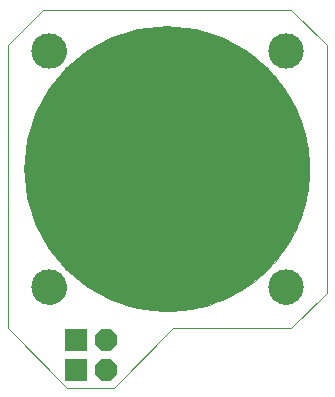
<source format=gts>
G75*
%MOIN*%
%OFA0B0*%
%FSLAX25Y25*%
%IPPOS*%
%LPD*%
%AMOC8*
5,1,8,0,0,1.08239X$1,22.5*
%
%ADD10C,0.00000*%
%ADD11C,0.11824*%
%ADD12C,0.95288*%
%ADD13R,0.07400X0.07400*%
%ADD14OC8,0.07400*%
D10*
X0019517Y0026222D02*
X0039202Y0006537D01*
X0054950Y0006537D01*
X0074635Y0026222D01*
X0114005Y0026222D01*
X0125816Y0038033D01*
X0125816Y0120710D01*
X0114005Y0132521D01*
X0031328Y0132521D01*
X0019517Y0120710D01*
X0019517Y0026222D01*
X0027784Y0040002D02*
X0027786Y0040150D01*
X0027792Y0040298D01*
X0027802Y0040446D01*
X0027816Y0040593D01*
X0027834Y0040740D01*
X0027855Y0040886D01*
X0027881Y0041032D01*
X0027911Y0041177D01*
X0027944Y0041321D01*
X0027982Y0041464D01*
X0028023Y0041606D01*
X0028068Y0041747D01*
X0028116Y0041887D01*
X0028169Y0042026D01*
X0028225Y0042163D01*
X0028285Y0042298D01*
X0028348Y0042432D01*
X0028415Y0042564D01*
X0028486Y0042694D01*
X0028560Y0042822D01*
X0028637Y0042948D01*
X0028718Y0043072D01*
X0028802Y0043194D01*
X0028889Y0043313D01*
X0028980Y0043430D01*
X0029074Y0043545D01*
X0029170Y0043657D01*
X0029270Y0043767D01*
X0029372Y0043873D01*
X0029478Y0043977D01*
X0029586Y0044078D01*
X0029697Y0044176D01*
X0029810Y0044272D01*
X0029926Y0044364D01*
X0030044Y0044453D01*
X0030165Y0044538D01*
X0030288Y0044621D01*
X0030413Y0044700D01*
X0030540Y0044776D01*
X0030669Y0044848D01*
X0030800Y0044917D01*
X0030933Y0044982D01*
X0031068Y0045043D01*
X0031204Y0045101D01*
X0031341Y0045156D01*
X0031480Y0045206D01*
X0031621Y0045253D01*
X0031762Y0045296D01*
X0031905Y0045336D01*
X0032049Y0045371D01*
X0032193Y0045403D01*
X0032339Y0045430D01*
X0032485Y0045454D01*
X0032632Y0045474D01*
X0032779Y0045490D01*
X0032926Y0045502D01*
X0033074Y0045510D01*
X0033222Y0045514D01*
X0033370Y0045514D01*
X0033518Y0045510D01*
X0033666Y0045502D01*
X0033813Y0045490D01*
X0033960Y0045474D01*
X0034107Y0045454D01*
X0034253Y0045430D01*
X0034399Y0045403D01*
X0034543Y0045371D01*
X0034687Y0045336D01*
X0034830Y0045296D01*
X0034971Y0045253D01*
X0035112Y0045206D01*
X0035251Y0045156D01*
X0035388Y0045101D01*
X0035524Y0045043D01*
X0035659Y0044982D01*
X0035792Y0044917D01*
X0035923Y0044848D01*
X0036052Y0044776D01*
X0036179Y0044700D01*
X0036304Y0044621D01*
X0036427Y0044538D01*
X0036548Y0044453D01*
X0036666Y0044364D01*
X0036782Y0044272D01*
X0036895Y0044176D01*
X0037006Y0044078D01*
X0037114Y0043977D01*
X0037220Y0043873D01*
X0037322Y0043767D01*
X0037422Y0043657D01*
X0037518Y0043545D01*
X0037612Y0043430D01*
X0037703Y0043313D01*
X0037790Y0043194D01*
X0037874Y0043072D01*
X0037955Y0042948D01*
X0038032Y0042822D01*
X0038106Y0042694D01*
X0038177Y0042564D01*
X0038244Y0042432D01*
X0038307Y0042298D01*
X0038367Y0042163D01*
X0038423Y0042026D01*
X0038476Y0041887D01*
X0038524Y0041747D01*
X0038569Y0041606D01*
X0038610Y0041464D01*
X0038648Y0041321D01*
X0038681Y0041177D01*
X0038711Y0041032D01*
X0038737Y0040886D01*
X0038758Y0040740D01*
X0038776Y0040593D01*
X0038790Y0040446D01*
X0038800Y0040298D01*
X0038806Y0040150D01*
X0038808Y0040002D01*
X0038806Y0039854D01*
X0038800Y0039706D01*
X0038790Y0039558D01*
X0038776Y0039411D01*
X0038758Y0039264D01*
X0038737Y0039118D01*
X0038711Y0038972D01*
X0038681Y0038827D01*
X0038648Y0038683D01*
X0038610Y0038540D01*
X0038569Y0038398D01*
X0038524Y0038257D01*
X0038476Y0038117D01*
X0038423Y0037978D01*
X0038367Y0037841D01*
X0038307Y0037706D01*
X0038244Y0037572D01*
X0038177Y0037440D01*
X0038106Y0037310D01*
X0038032Y0037182D01*
X0037955Y0037056D01*
X0037874Y0036932D01*
X0037790Y0036810D01*
X0037703Y0036691D01*
X0037612Y0036574D01*
X0037518Y0036459D01*
X0037422Y0036347D01*
X0037322Y0036237D01*
X0037220Y0036131D01*
X0037114Y0036027D01*
X0037006Y0035926D01*
X0036895Y0035828D01*
X0036782Y0035732D01*
X0036666Y0035640D01*
X0036548Y0035551D01*
X0036427Y0035466D01*
X0036304Y0035383D01*
X0036179Y0035304D01*
X0036052Y0035228D01*
X0035923Y0035156D01*
X0035792Y0035087D01*
X0035659Y0035022D01*
X0035524Y0034961D01*
X0035388Y0034903D01*
X0035251Y0034848D01*
X0035112Y0034798D01*
X0034971Y0034751D01*
X0034830Y0034708D01*
X0034687Y0034668D01*
X0034543Y0034633D01*
X0034399Y0034601D01*
X0034253Y0034574D01*
X0034107Y0034550D01*
X0033960Y0034530D01*
X0033813Y0034514D01*
X0033666Y0034502D01*
X0033518Y0034494D01*
X0033370Y0034490D01*
X0033222Y0034490D01*
X0033074Y0034494D01*
X0032926Y0034502D01*
X0032779Y0034514D01*
X0032632Y0034530D01*
X0032485Y0034550D01*
X0032339Y0034574D01*
X0032193Y0034601D01*
X0032049Y0034633D01*
X0031905Y0034668D01*
X0031762Y0034708D01*
X0031621Y0034751D01*
X0031480Y0034798D01*
X0031341Y0034848D01*
X0031204Y0034903D01*
X0031068Y0034961D01*
X0030933Y0035022D01*
X0030800Y0035087D01*
X0030669Y0035156D01*
X0030540Y0035228D01*
X0030413Y0035304D01*
X0030288Y0035383D01*
X0030165Y0035466D01*
X0030044Y0035551D01*
X0029926Y0035640D01*
X0029810Y0035732D01*
X0029697Y0035828D01*
X0029586Y0035926D01*
X0029478Y0036027D01*
X0029372Y0036131D01*
X0029270Y0036237D01*
X0029170Y0036347D01*
X0029074Y0036459D01*
X0028980Y0036574D01*
X0028889Y0036691D01*
X0028802Y0036810D01*
X0028718Y0036932D01*
X0028637Y0037056D01*
X0028560Y0037182D01*
X0028486Y0037310D01*
X0028415Y0037440D01*
X0028348Y0037572D01*
X0028285Y0037706D01*
X0028225Y0037841D01*
X0028169Y0037978D01*
X0028116Y0038117D01*
X0028068Y0038257D01*
X0028023Y0038398D01*
X0027982Y0038540D01*
X0027944Y0038683D01*
X0027911Y0038827D01*
X0027881Y0038972D01*
X0027855Y0039118D01*
X0027834Y0039264D01*
X0027816Y0039411D01*
X0027802Y0039558D01*
X0027792Y0039706D01*
X0027786Y0039854D01*
X0027784Y0040002D01*
X0025422Y0079372D02*
X0025436Y0080531D01*
X0025479Y0081690D01*
X0025550Y0082847D01*
X0025649Y0084003D01*
X0025777Y0085155D01*
X0025933Y0086304D01*
X0026118Y0087449D01*
X0026330Y0088589D01*
X0026570Y0089723D01*
X0026838Y0090851D01*
X0027133Y0091973D01*
X0027456Y0093086D01*
X0027806Y0094192D01*
X0028184Y0095288D01*
X0028588Y0096375D01*
X0029018Y0097451D01*
X0029475Y0098517D01*
X0029958Y0099571D01*
X0030467Y0100613D01*
X0031001Y0101643D01*
X0031560Y0102658D01*
X0032143Y0103660D01*
X0032752Y0104647D01*
X0033384Y0105619D01*
X0034040Y0106575D01*
X0034719Y0107515D01*
X0035421Y0108438D01*
X0036146Y0109343D01*
X0036892Y0110230D01*
X0037661Y0111099D01*
X0038450Y0111949D01*
X0039259Y0112779D01*
X0040089Y0113588D01*
X0040939Y0114377D01*
X0041808Y0115146D01*
X0042695Y0115892D01*
X0043600Y0116617D01*
X0044523Y0117319D01*
X0045463Y0117998D01*
X0046419Y0118654D01*
X0047391Y0119286D01*
X0048378Y0119895D01*
X0049380Y0120478D01*
X0050395Y0121037D01*
X0051425Y0121571D01*
X0052467Y0122080D01*
X0053521Y0122563D01*
X0054587Y0123020D01*
X0055663Y0123450D01*
X0056750Y0123854D01*
X0057846Y0124232D01*
X0058952Y0124582D01*
X0060065Y0124905D01*
X0061187Y0125200D01*
X0062315Y0125468D01*
X0063449Y0125708D01*
X0064589Y0125920D01*
X0065734Y0126105D01*
X0066883Y0126261D01*
X0068035Y0126389D01*
X0069191Y0126488D01*
X0070348Y0126559D01*
X0071507Y0126602D01*
X0072666Y0126616D01*
X0073825Y0126602D01*
X0074984Y0126559D01*
X0076141Y0126488D01*
X0077297Y0126389D01*
X0078449Y0126261D01*
X0079598Y0126105D01*
X0080743Y0125920D01*
X0081883Y0125708D01*
X0083017Y0125468D01*
X0084145Y0125200D01*
X0085267Y0124905D01*
X0086380Y0124582D01*
X0087486Y0124232D01*
X0088582Y0123854D01*
X0089669Y0123450D01*
X0090745Y0123020D01*
X0091811Y0122563D01*
X0092865Y0122080D01*
X0093907Y0121571D01*
X0094937Y0121037D01*
X0095952Y0120478D01*
X0096954Y0119895D01*
X0097941Y0119286D01*
X0098913Y0118654D01*
X0099869Y0117998D01*
X0100809Y0117319D01*
X0101732Y0116617D01*
X0102637Y0115892D01*
X0103524Y0115146D01*
X0104393Y0114377D01*
X0105243Y0113588D01*
X0106073Y0112779D01*
X0106882Y0111949D01*
X0107671Y0111099D01*
X0108440Y0110230D01*
X0109186Y0109343D01*
X0109911Y0108438D01*
X0110613Y0107515D01*
X0111292Y0106575D01*
X0111948Y0105619D01*
X0112580Y0104647D01*
X0113189Y0103660D01*
X0113772Y0102658D01*
X0114331Y0101643D01*
X0114865Y0100613D01*
X0115374Y0099571D01*
X0115857Y0098517D01*
X0116314Y0097451D01*
X0116744Y0096375D01*
X0117148Y0095288D01*
X0117526Y0094192D01*
X0117876Y0093086D01*
X0118199Y0091973D01*
X0118494Y0090851D01*
X0118762Y0089723D01*
X0119002Y0088589D01*
X0119214Y0087449D01*
X0119399Y0086304D01*
X0119555Y0085155D01*
X0119683Y0084003D01*
X0119782Y0082847D01*
X0119853Y0081690D01*
X0119896Y0080531D01*
X0119910Y0079372D01*
X0119896Y0078213D01*
X0119853Y0077054D01*
X0119782Y0075897D01*
X0119683Y0074741D01*
X0119555Y0073589D01*
X0119399Y0072440D01*
X0119214Y0071295D01*
X0119002Y0070155D01*
X0118762Y0069021D01*
X0118494Y0067893D01*
X0118199Y0066771D01*
X0117876Y0065658D01*
X0117526Y0064552D01*
X0117148Y0063456D01*
X0116744Y0062369D01*
X0116314Y0061293D01*
X0115857Y0060227D01*
X0115374Y0059173D01*
X0114865Y0058131D01*
X0114331Y0057101D01*
X0113772Y0056086D01*
X0113189Y0055084D01*
X0112580Y0054097D01*
X0111948Y0053125D01*
X0111292Y0052169D01*
X0110613Y0051229D01*
X0109911Y0050306D01*
X0109186Y0049401D01*
X0108440Y0048514D01*
X0107671Y0047645D01*
X0106882Y0046795D01*
X0106073Y0045965D01*
X0105243Y0045156D01*
X0104393Y0044367D01*
X0103524Y0043598D01*
X0102637Y0042852D01*
X0101732Y0042127D01*
X0100809Y0041425D01*
X0099869Y0040746D01*
X0098913Y0040090D01*
X0097941Y0039458D01*
X0096954Y0038849D01*
X0095952Y0038266D01*
X0094937Y0037707D01*
X0093907Y0037173D01*
X0092865Y0036664D01*
X0091811Y0036181D01*
X0090745Y0035724D01*
X0089669Y0035294D01*
X0088582Y0034890D01*
X0087486Y0034512D01*
X0086380Y0034162D01*
X0085267Y0033839D01*
X0084145Y0033544D01*
X0083017Y0033276D01*
X0081883Y0033036D01*
X0080743Y0032824D01*
X0079598Y0032639D01*
X0078449Y0032483D01*
X0077297Y0032355D01*
X0076141Y0032256D01*
X0074984Y0032185D01*
X0073825Y0032142D01*
X0072666Y0032128D01*
X0071507Y0032142D01*
X0070348Y0032185D01*
X0069191Y0032256D01*
X0068035Y0032355D01*
X0066883Y0032483D01*
X0065734Y0032639D01*
X0064589Y0032824D01*
X0063449Y0033036D01*
X0062315Y0033276D01*
X0061187Y0033544D01*
X0060065Y0033839D01*
X0058952Y0034162D01*
X0057846Y0034512D01*
X0056750Y0034890D01*
X0055663Y0035294D01*
X0054587Y0035724D01*
X0053521Y0036181D01*
X0052467Y0036664D01*
X0051425Y0037173D01*
X0050395Y0037707D01*
X0049380Y0038266D01*
X0048378Y0038849D01*
X0047391Y0039458D01*
X0046419Y0040090D01*
X0045463Y0040746D01*
X0044523Y0041425D01*
X0043600Y0042127D01*
X0042695Y0042852D01*
X0041808Y0043598D01*
X0040939Y0044367D01*
X0040089Y0045156D01*
X0039259Y0045965D01*
X0038450Y0046795D01*
X0037661Y0047645D01*
X0036892Y0048514D01*
X0036146Y0049401D01*
X0035421Y0050306D01*
X0034719Y0051229D01*
X0034040Y0052169D01*
X0033384Y0053125D01*
X0032752Y0054097D01*
X0032143Y0055084D01*
X0031560Y0056086D01*
X0031001Y0057101D01*
X0030467Y0058131D01*
X0029958Y0059173D01*
X0029475Y0060227D01*
X0029018Y0061293D01*
X0028588Y0062369D01*
X0028184Y0063456D01*
X0027806Y0064552D01*
X0027456Y0065658D01*
X0027133Y0066771D01*
X0026838Y0067893D01*
X0026570Y0069021D01*
X0026330Y0070155D01*
X0026118Y0071295D01*
X0025933Y0072440D01*
X0025777Y0073589D01*
X0025649Y0074741D01*
X0025550Y0075897D01*
X0025479Y0077054D01*
X0025436Y0078213D01*
X0025422Y0079372D01*
X0027784Y0118742D02*
X0027786Y0118890D01*
X0027792Y0119038D01*
X0027802Y0119186D01*
X0027816Y0119333D01*
X0027834Y0119480D01*
X0027855Y0119626D01*
X0027881Y0119772D01*
X0027911Y0119917D01*
X0027944Y0120061D01*
X0027982Y0120204D01*
X0028023Y0120346D01*
X0028068Y0120487D01*
X0028116Y0120627D01*
X0028169Y0120766D01*
X0028225Y0120903D01*
X0028285Y0121038D01*
X0028348Y0121172D01*
X0028415Y0121304D01*
X0028486Y0121434D01*
X0028560Y0121562D01*
X0028637Y0121688D01*
X0028718Y0121812D01*
X0028802Y0121934D01*
X0028889Y0122053D01*
X0028980Y0122170D01*
X0029074Y0122285D01*
X0029170Y0122397D01*
X0029270Y0122507D01*
X0029372Y0122613D01*
X0029478Y0122717D01*
X0029586Y0122818D01*
X0029697Y0122916D01*
X0029810Y0123012D01*
X0029926Y0123104D01*
X0030044Y0123193D01*
X0030165Y0123278D01*
X0030288Y0123361D01*
X0030413Y0123440D01*
X0030540Y0123516D01*
X0030669Y0123588D01*
X0030800Y0123657D01*
X0030933Y0123722D01*
X0031068Y0123783D01*
X0031204Y0123841D01*
X0031341Y0123896D01*
X0031480Y0123946D01*
X0031621Y0123993D01*
X0031762Y0124036D01*
X0031905Y0124076D01*
X0032049Y0124111D01*
X0032193Y0124143D01*
X0032339Y0124170D01*
X0032485Y0124194D01*
X0032632Y0124214D01*
X0032779Y0124230D01*
X0032926Y0124242D01*
X0033074Y0124250D01*
X0033222Y0124254D01*
X0033370Y0124254D01*
X0033518Y0124250D01*
X0033666Y0124242D01*
X0033813Y0124230D01*
X0033960Y0124214D01*
X0034107Y0124194D01*
X0034253Y0124170D01*
X0034399Y0124143D01*
X0034543Y0124111D01*
X0034687Y0124076D01*
X0034830Y0124036D01*
X0034971Y0123993D01*
X0035112Y0123946D01*
X0035251Y0123896D01*
X0035388Y0123841D01*
X0035524Y0123783D01*
X0035659Y0123722D01*
X0035792Y0123657D01*
X0035923Y0123588D01*
X0036052Y0123516D01*
X0036179Y0123440D01*
X0036304Y0123361D01*
X0036427Y0123278D01*
X0036548Y0123193D01*
X0036666Y0123104D01*
X0036782Y0123012D01*
X0036895Y0122916D01*
X0037006Y0122818D01*
X0037114Y0122717D01*
X0037220Y0122613D01*
X0037322Y0122507D01*
X0037422Y0122397D01*
X0037518Y0122285D01*
X0037612Y0122170D01*
X0037703Y0122053D01*
X0037790Y0121934D01*
X0037874Y0121812D01*
X0037955Y0121688D01*
X0038032Y0121562D01*
X0038106Y0121434D01*
X0038177Y0121304D01*
X0038244Y0121172D01*
X0038307Y0121038D01*
X0038367Y0120903D01*
X0038423Y0120766D01*
X0038476Y0120627D01*
X0038524Y0120487D01*
X0038569Y0120346D01*
X0038610Y0120204D01*
X0038648Y0120061D01*
X0038681Y0119917D01*
X0038711Y0119772D01*
X0038737Y0119626D01*
X0038758Y0119480D01*
X0038776Y0119333D01*
X0038790Y0119186D01*
X0038800Y0119038D01*
X0038806Y0118890D01*
X0038808Y0118742D01*
X0038806Y0118594D01*
X0038800Y0118446D01*
X0038790Y0118298D01*
X0038776Y0118151D01*
X0038758Y0118004D01*
X0038737Y0117858D01*
X0038711Y0117712D01*
X0038681Y0117567D01*
X0038648Y0117423D01*
X0038610Y0117280D01*
X0038569Y0117138D01*
X0038524Y0116997D01*
X0038476Y0116857D01*
X0038423Y0116718D01*
X0038367Y0116581D01*
X0038307Y0116446D01*
X0038244Y0116312D01*
X0038177Y0116180D01*
X0038106Y0116050D01*
X0038032Y0115922D01*
X0037955Y0115796D01*
X0037874Y0115672D01*
X0037790Y0115550D01*
X0037703Y0115431D01*
X0037612Y0115314D01*
X0037518Y0115199D01*
X0037422Y0115087D01*
X0037322Y0114977D01*
X0037220Y0114871D01*
X0037114Y0114767D01*
X0037006Y0114666D01*
X0036895Y0114568D01*
X0036782Y0114472D01*
X0036666Y0114380D01*
X0036548Y0114291D01*
X0036427Y0114206D01*
X0036304Y0114123D01*
X0036179Y0114044D01*
X0036052Y0113968D01*
X0035923Y0113896D01*
X0035792Y0113827D01*
X0035659Y0113762D01*
X0035524Y0113701D01*
X0035388Y0113643D01*
X0035251Y0113588D01*
X0035112Y0113538D01*
X0034971Y0113491D01*
X0034830Y0113448D01*
X0034687Y0113408D01*
X0034543Y0113373D01*
X0034399Y0113341D01*
X0034253Y0113314D01*
X0034107Y0113290D01*
X0033960Y0113270D01*
X0033813Y0113254D01*
X0033666Y0113242D01*
X0033518Y0113234D01*
X0033370Y0113230D01*
X0033222Y0113230D01*
X0033074Y0113234D01*
X0032926Y0113242D01*
X0032779Y0113254D01*
X0032632Y0113270D01*
X0032485Y0113290D01*
X0032339Y0113314D01*
X0032193Y0113341D01*
X0032049Y0113373D01*
X0031905Y0113408D01*
X0031762Y0113448D01*
X0031621Y0113491D01*
X0031480Y0113538D01*
X0031341Y0113588D01*
X0031204Y0113643D01*
X0031068Y0113701D01*
X0030933Y0113762D01*
X0030800Y0113827D01*
X0030669Y0113896D01*
X0030540Y0113968D01*
X0030413Y0114044D01*
X0030288Y0114123D01*
X0030165Y0114206D01*
X0030044Y0114291D01*
X0029926Y0114380D01*
X0029810Y0114472D01*
X0029697Y0114568D01*
X0029586Y0114666D01*
X0029478Y0114767D01*
X0029372Y0114871D01*
X0029270Y0114977D01*
X0029170Y0115087D01*
X0029074Y0115199D01*
X0028980Y0115314D01*
X0028889Y0115431D01*
X0028802Y0115550D01*
X0028718Y0115672D01*
X0028637Y0115796D01*
X0028560Y0115922D01*
X0028486Y0116050D01*
X0028415Y0116180D01*
X0028348Y0116312D01*
X0028285Y0116446D01*
X0028225Y0116581D01*
X0028169Y0116718D01*
X0028116Y0116857D01*
X0028068Y0116997D01*
X0028023Y0117138D01*
X0027982Y0117280D01*
X0027944Y0117423D01*
X0027911Y0117567D01*
X0027881Y0117712D01*
X0027855Y0117858D01*
X0027834Y0118004D01*
X0027816Y0118151D01*
X0027802Y0118298D01*
X0027792Y0118446D01*
X0027786Y0118594D01*
X0027784Y0118742D01*
X0106524Y0118742D02*
X0106526Y0118890D01*
X0106532Y0119038D01*
X0106542Y0119186D01*
X0106556Y0119333D01*
X0106574Y0119480D01*
X0106595Y0119626D01*
X0106621Y0119772D01*
X0106651Y0119917D01*
X0106684Y0120061D01*
X0106722Y0120204D01*
X0106763Y0120346D01*
X0106808Y0120487D01*
X0106856Y0120627D01*
X0106909Y0120766D01*
X0106965Y0120903D01*
X0107025Y0121038D01*
X0107088Y0121172D01*
X0107155Y0121304D01*
X0107226Y0121434D01*
X0107300Y0121562D01*
X0107377Y0121688D01*
X0107458Y0121812D01*
X0107542Y0121934D01*
X0107629Y0122053D01*
X0107720Y0122170D01*
X0107814Y0122285D01*
X0107910Y0122397D01*
X0108010Y0122507D01*
X0108112Y0122613D01*
X0108218Y0122717D01*
X0108326Y0122818D01*
X0108437Y0122916D01*
X0108550Y0123012D01*
X0108666Y0123104D01*
X0108784Y0123193D01*
X0108905Y0123278D01*
X0109028Y0123361D01*
X0109153Y0123440D01*
X0109280Y0123516D01*
X0109409Y0123588D01*
X0109540Y0123657D01*
X0109673Y0123722D01*
X0109808Y0123783D01*
X0109944Y0123841D01*
X0110081Y0123896D01*
X0110220Y0123946D01*
X0110361Y0123993D01*
X0110502Y0124036D01*
X0110645Y0124076D01*
X0110789Y0124111D01*
X0110933Y0124143D01*
X0111079Y0124170D01*
X0111225Y0124194D01*
X0111372Y0124214D01*
X0111519Y0124230D01*
X0111666Y0124242D01*
X0111814Y0124250D01*
X0111962Y0124254D01*
X0112110Y0124254D01*
X0112258Y0124250D01*
X0112406Y0124242D01*
X0112553Y0124230D01*
X0112700Y0124214D01*
X0112847Y0124194D01*
X0112993Y0124170D01*
X0113139Y0124143D01*
X0113283Y0124111D01*
X0113427Y0124076D01*
X0113570Y0124036D01*
X0113711Y0123993D01*
X0113852Y0123946D01*
X0113991Y0123896D01*
X0114128Y0123841D01*
X0114264Y0123783D01*
X0114399Y0123722D01*
X0114532Y0123657D01*
X0114663Y0123588D01*
X0114792Y0123516D01*
X0114919Y0123440D01*
X0115044Y0123361D01*
X0115167Y0123278D01*
X0115288Y0123193D01*
X0115406Y0123104D01*
X0115522Y0123012D01*
X0115635Y0122916D01*
X0115746Y0122818D01*
X0115854Y0122717D01*
X0115960Y0122613D01*
X0116062Y0122507D01*
X0116162Y0122397D01*
X0116258Y0122285D01*
X0116352Y0122170D01*
X0116443Y0122053D01*
X0116530Y0121934D01*
X0116614Y0121812D01*
X0116695Y0121688D01*
X0116772Y0121562D01*
X0116846Y0121434D01*
X0116917Y0121304D01*
X0116984Y0121172D01*
X0117047Y0121038D01*
X0117107Y0120903D01*
X0117163Y0120766D01*
X0117216Y0120627D01*
X0117264Y0120487D01*
X0117309Y0120346D01*
X0117350Y0120204D01*
X0117388Y0120061D01*
X0117421Y0119917D01*
X0117451Y0119772D01*
X0117477Y0119626D01*
X0117498Y0119480D01*
X0117516Y0119333D01*
X0117530Y0119186D01*
X0117540Y0119038D01*
X0117546Y0118890D01*
X0117548Y0118742D01*
X0117546Y0118594D01*
X0117540Y0118446D01*
X0117530Y0118298D01*
X0117516Y0118151D01*
X0117498Y0118004D01*
X0117477Y0117858D01*
X0117451Y0117712D01*
X0117421Y0117567D01*
X0117388Y0117423D01*
X0117350Y0117280D01*
X0117309Y0117138D01*
X0117264Y0116997D01*
X0117216Y0116857D01*
X0117163Y0116718D01*
X0117107Y0116581D01*
X0117047Y0116446D01*
X0116984Y0116312D01*
X0116917Y0116180D01*
X0116846Y0116050D01*
X0116772Y0115922D01*
X0116695Y0115796D01*
X0116614Y0115672D01*
X0116530Y0115550D01*
X0116443Y0115431D01*
X0116352Y0115314D01*
X0116258Y0115199D01*
X0116162Y0115087D01*
X0116062Y0114977D01*
X0115960Y0114871D01*
X0115854Y0114767D01*
X0115746Y0114666D01*
X0115635Y0114568D01*
X0115522Y0114472D01*
X0115406Y0114380D01*
X0115288Y0114291D01*
X0115167Y0114206D01*
X0115044Y0114123D01*
X0114919Y0114044D01*
X0114792Y0113968D01*
X0114663Y0113896D01*
X0114532Y0113827D01*
X0114399Y0113762D01*
X0114264Y0113701D01*
X0114128Y0113643D01*
X0113991Y0113588D01*
X0113852Y0113538D01*
X0113711Y0113491D01*
X0113570Y0113448D01*
X0113427Y0113408D01*
X0113283Y0113373D01*
X0113139Y0113341D01*
X0112993Y0113314D01*
X0112847Y0113290D01*
X0112700Y0113270D01*
X0112553Y0113254D01*
X0112406Y0113242D01*
X0112258Y0113234D01*
X0112110Y0113230D01*
X0111962Y0113230D01*
X0111814Y0113234D01*
X0111666Y0113242D01*
X0111519Y0113254D01*
X0111372Y0113270D01*
X0111225Y0113290D01*
X0111079Y0113314D01*
X0110933Y0113341D01*
X0110789Y0113373D01*
X0110645Y0113408D01*
X0110502Y0113448D01*
X0110361Y0113491D01*
X0110220Y0113538D01*
X0110081Y0113588D01*
X0109944Y0113643D01*
X0109808Y0113701D01*
X0109673Y0113762D01*
X0109540Y0113827D01*
X0109409Y0113896D01*
X0109280Y0113968D01*
X0109153Y0114044D01*
X0109028Y0114123D01*
X0108905Y0114206D01*
X0108784Y0114291D01*
X0108666Y0114380D01*
X0108550Y0114472D01*
X0108437Y0114568D01*
X0108326Y0114666D01*
X0108218Y0114767D01*
X0108112Y0114871D01*
X0108010Y0114977D01*
X0107910Y0115087D01*
X0107814Y0115199D01*
X0107720Y0115314D01*
X0107629Y0115431D01*
X0107542Y0115550D01*
X0107458Y0115672D01*
X0107377Y0115796D01*
X0107300Y0115922D01*
X0107226Y0116050D01*
X0107155Y0116180D01*
X0107088Y0116312D01*
X0107025Y0116446D01*
X0106965Y0116581D01*
X0106909Y0116718D01*
X0106856Y0116857D01*
X0106808Y0116997D01*
X0106763Y0117138D01*
X0106722Y0117280D01*
X0106684Y0117423D01*
X0106651Y0117567D01*
X0106621Y0117712D01*
X0106595Y0117858D01*
X0106574Y0118004D01*
X0106556Y0118151D01*
X0106542Y0118298D01*
X0106532Y0118446D01*
X0106526Y0118594D01*
X0106524Y0118742D01*
X0106524Y0040002D02*
X0106526Y0040150D01*
X0106532Y0040298D01*
X0106542Y0040446D01*
X0106556Y0040593D01*
X0106574Y0040740D01*
X0106595Y0040886D01*
X0106621Y0041032D01*
X0106651Y0041177D01*
X0106684Y0041321D01*
X0106722Y0041464D01*
X0106763Y0041606D01*
X0106808Y0041747D01*
X0106856Y0041887D01*
X0106909Y0042026D01*
X0106965Y0042163D01*
X0107025Y0042298D01*
X0107088Y0042432D01*
X0107155Y0042564D01*
X0107226Y0042694D01*
X0107300Y0042822D01*
X0107377Y0042948D01*
X0107458Y0043072D01*
X0107542Y0043194D01*
X0107629Y0043313D01*
X0107720Y0043430D01*
X0107814Y0043545D01*
X0107910Y0043657D01*
X0108010Y0043767D01*
X0108112Y0043873D01*
X0108218Y0043977D01*
X0108326Y0044078D01*
X0108437Y0044176D01*
X0108550Y0044272D01*
X0108666Y0044364D01*
X0108784Y0044453D01*
X0108905Y0044538D01*
X0109028Y0044621D01*
X0109153Y0044700D01*
X0109280Y0044776D01*
X0109409Y0044848D01*
X0109540Y0044917D01*
X0109673Y0044982D01*
X0109808Y0045043D01*
X0109944Y0045101D01*
X0110081Y0045156D01*
X0110220Y0045206D01*
X0110361Y0045253D01*
X0110502Y0045296D01*
X0110645Y0045336D01*
X0110789Y0045371D01*
X0110933Y0045403D01*
X0111079Y0045430D01*
X0111225Y0045454D01*
X0111372Y0045474D01*
X0111519Y0045490D01*
X0111666Y0045502D01*
X0111814Y0045510D01*
X0111962Y0045514D01*
X0112110Y0045514D01*
X0112258Y0045510D01*
X0112406Y0045502D01*
X0112553Y0045490D01*
X0112700Y0045474D01*
X0112847Y0045454D01*
X0112993Y0045430D01*
X0113139Y0045403D01*
X0113283Y0045371D01*
X0113427Y0045336D01*
X0113570Y0045296D01*
X0113711Y0045253D01*
X0113852Y0045206D01*
X0113991Y0045156D01*
X0114128Y0045101D01*
X0114264Y0045043D01*
X0114399Y0044982D01*
X0114532Y0044917D01*
X0114663Y0044848D01*
X0114792Y0044776D01*
X0114919Y0044700D01*
X0115044Y0044621D01*
X0115167Y0044538D01*
X0115288Y0044453D01*
X0115406Y0044364D01*
X0115522Y0044272D01*
X0115635Y0044176D01*
X0115746Y0044078D01*
X0115854Y0043977D01*
X0115960Y0043873D01*
X0116062Y0043767D01*
X0116162Y0043657D01*
X0116258Y0043545D01*
X0116352Y0043430D01*
X0116443Y0043313D01*
X0116530Y0043194D01*
X0116614Y0043072D01*
X0116695Y0042948D01*
X0116772Y0042822D01*
X0116846Y0042694D01*
X0116917Y0042564D01*
X0116984Y0042432D01*
X0117047Y0042298D01*
X0117107Y0042163D01*
X0117163Y0042026D01*
X0117216Y0041887D01*
X0117264Y0041747D01*
X0117309Y0041606D01*
X0117350Y0041464D01*
X0117388Y0041321D01*
X0117421Y0041177D01*
X0117451Y0041032D01*
X0117477Y0040886D01*
X0117498Y0040740D01*
X0117516Y0040593D01*
X0117530Y0040446D01*
X0117540Y0040298D01*
X0117546Y0040150D01*
X0117548Y0040002D01*
X0117546Y0039854D01*
X0117540Y0039706D01*
X0117530Y0039558D01*
X0117516Y0039411D01*
X0117498Y0039264D01*
X0117477Y0039118D01*
X0117451Y0038972D01*
X0117421Y0038827D01*
X0117388Y0038683D01*
X0117350Y0038540D01*
X0117309Y0038398D01*
X0117264Y0038257D01*
X0117216Y0038117D01*
X0117163Y0037978D01*
X0117107Y0037841D01*
X0117047Y0037706D01*
X0116984Y0037572D01*
X0116917Y0037440D01*
X0116846Y0037310D01*
X0116772Y0037182D01*
X0116695Y0037056D01*
X0116614Y0036932D01*
X0116530Y0036810D01*
X0116443Y0036691D01*
X0116352Y0036574D01*
X0116258Y0036459D01*
X0116162Y0036347D01*
X0116062Y0036237D01*
X0115960Y0036131D01*
X0115854Y0036027D01*
X0115746Y0035926D01*
X0115635Y0035828D01*
X0115522Y0035732D01*
X0115406Y0035640D01*
X0115288Y0035551D01*
X0115167Y0035466D01*
X0115044Y0035383D01*
X0114919Y0035304D01*
X0114792Y0035228D01*
X0114663Y0035156D01*
X0114532Y0035087D01*
X0114399Y0035022D01*
X0114264Y0034961D01*
X0114128Y0034903D01*
X0113991Y0034848D01*
X0113852Y0034798D01*
X0113711Y0034751D01*
X0113570Y0034708D01*
X0113427Y0034668D01*
X0113283Y0034633D01*
X0113139Y0034601D01*
X0112993Y0034574D01*
X0112847Y0034550D01*
X0112700Y0034530D01*
X0112553Y0034514D01*
X0112406Y0034502D01*
X0112258Y0034494D01*
X0112110Y0034490D01*
X0111962Y0034490D01*
X0111814Y0034494D01*
X0111666Y0034502D01*
X0111519Y0034514D01*
X0111372Y0034530D01*
X0111225Y0034550D01*
X0111079Y0034574D01*
X0110933Y0034601D01*
X0110789Y0034633D01*
X0110645Y0034668D01*
X0110502Y0034708D01*
X0110361Y0034751D01*
X0110220Y0034798D01*
X0110081Y0034848D01*
X0109944Y0034903D01*
X0109808Y0034961D01*
X0109673Y0035022D01*
X0109540Y0035087D01*
X0109409Y0035156D01*
X0109280Y0035228D01*
X0109153Y0035304D01*
X0109028Y0035383D01*
X0108905Y0035466D01*
X0108784Y0035551D01*
X0108666Y0035640D01*
X0108550Y0035732D01*
X0108437Y0035828D01*
X0108326Y0035926D01*
X0108218Y0036027D01*
X0108112Y0036131D01*
X0108010Y0036237D01*
X0107910Y0036347D01*
X0107814Y0036459D01*
X0107720Y0036574D01*
X0107629Y0036691D01*
X0107542Y0036810D01*
X0107458Y0036932D01*
X0107377Y0037056D01*
X0107300Y0037182D01*
X0107226Y0037310D01*
X0107155Y0037440D01*
X0107088Y0037572D01*
X0107025Y0037706D01*
X0106965Y0037841D01*
X0106909Y0037978D01*
X0106856Y0038117D01*
X0106808Y0038257D01*
X0106763Y0038398D01*
X0106722Y0038540D01*
X0106684Y0038683D01*
X0106651Y0038827D01*
X0106621Y0038972D01*
X0106595Y0039118D01*
X0106574Y0039264D01*
X0106556Y0039411D01*
X0106542Y0039558D01*
X0106532Y0039706D01*
X0106526Y0039854D01*
X0106524Y0040002D01*
D11*
X0112036Y0040002D03*
X0033296Y0040002D03*
X0033296Y0118742D03*
X0112036Y0118742D03*
D12*
X0072666Y0079372D03*
D13*
X0042076Y0022285D03*
X0042076Y0012443D03*
D14*
X0052076Y0012443D03*
X0052076Y0022285D03*
M02*

</source>
